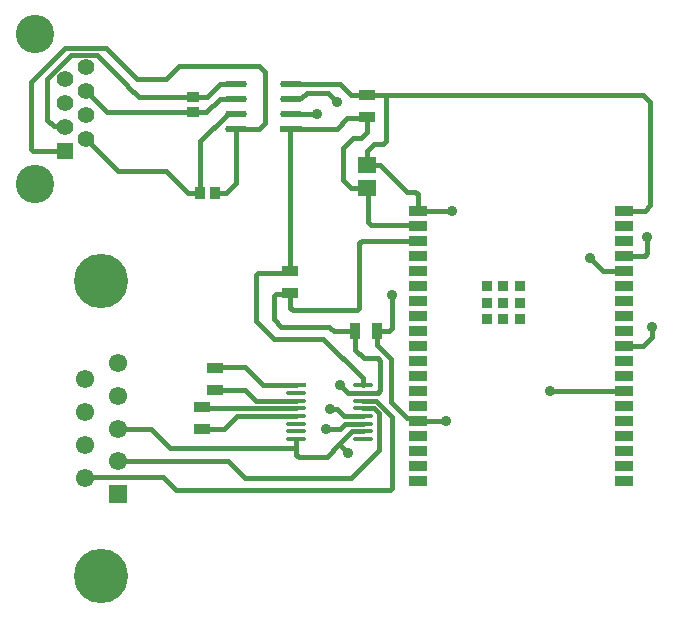
<source format=gtl>
G04*
G04 #@! TF.GenerationSoftware,Altium Limited,Altium Designer,24.10.1 (45)*
G04*
G04 Layer_Physical_Order=1*
G04 Layer_Color=255*
%FSLAX44Y44*%
%MOMM*%
G71*
G04*
G04 #@! TF.SameCoordinates,A659C5E8-25CF-42C6-9C85-9A39C97684D2*
G04*
G04*
G04 #@! TF.FilePolarity,Positive*
G04*
G01*
G75*
%ADD16R,1.5000X0.9000*%
%ADD17R,0.9000X0.9000*%
%ADD18R,1.5562X1.3549*%
%ADD19R,1.4000X0.9500*%
%ADD20R,0.9500X1.4000*%
%ADD21R,1.6554X0.3808*%
G04:AMPARAMS|DCode=22|XSize=1.6554mm|YSize=0.3808mm|CornerRadius=0.1904mm|HoleSize=0mm|Usage=FLASHONLY|Rotation=0.000|XOffset=0mm|YOffset=0mm|HoleType=Round|Shape=RoundedRectangle|*
%AMROUNDEDRECTD22*
21,1,1.6554,0.0000,0,0,0.0*
21,1,1.2747,0.3808,0,0,0.0*
1,1,0.3808,0.6373,0.0000*
1,1,0.3808,-0.6373,0.0000*
1,1,0.3808,-0.6373,0.0000*
1,1,0.3808,0.6373,0.0000*
%
%ADD22ROUNDEDRECTD22*%
%ADD23R,0.9000X1.0000*%
%ADD24R,1.8692X0.5421*%
G04:AMPARAMS|DCode=25|XSize=1.8692mm|YSize=0.5421mm|CornerRadius=0.2711mm|HoleSize=0mm|Usage=FLASHONLY|Rotation=180.000|XOffset=0mm|YOffset=0mm|HoleType=Round|Shape=RoundedRectangle|*
%AMROUNDEDRECTD25*
21,1,1.8692,0.0000,0,0,180.0*
21,1,1.3270,0.5421,0,0,180.0*
1,1,0.5421,-0.6635,0.0000*
1,1,0.5421,0.6635,0.0000*
1,1,0.5421,0.6635,0.0000*
1,1,0.5421,-0.6635,0.0000*
%
%ADD25ROUNDEDRECTD25*%
%ADD26R,1.0000X0.9000*%
%ADD31C,1.3900*%
%ADD32R,1.3900X1.3900*%
%ADD33C,3.2500*%
%ADD34R,1.5500X1.5500*%
%ADD35C,1.5500*%
%ADD36C,4.6000*%
%ADD37C,0.3810*%
%ADD38C,0.8890*%
D16*
X377050Y361180D02*
D03*
Y348480D02*
D03*
Y335780D02*
D03*
Y323080D02*
D03*
Y310380D02*
D03*
Y297680D02*
D03*
Y284980D02*
D03*
Y272280D02*
D03*
Y259580D02*
D03*
Y246880D02*
D03*
Y234180D02*
D03*
Y221480D02*
D03*
Y208780D02*
D03*
Y196080D02*
D03*
Y183380D02*
D03*
Y170680D02*
D03*
Y157980D02*
D03*
Y145280D02*
D03*
Y132580D02*
D03*
X552050D02*
D03*
Y145280D02*
D03*
Y157980D02*
D03*
Y170680D02*
D03*
Y183380D02*
D03*
Y196080D02*
D03*
Y208780D02*
D03*
Y221480D02*
D03*
Y234180D02*
D03*
Y246880D02*
D03*
Y259580D02*
D03*
Y272280D02*
D03*
Y284980D02*
D03*
Y297680D02*
D03*
Y310380D02*
D03*
Y323080D02*
D03*
Y335780D02*
D03*
Y348480D02*
D03*
Y361180D02*
D03*
D17*
X449550Y283180D02*
D03*
X435550Y269180D02*
D03*
X449550D02*
D03*
X463550D02*
D03*
Y283180D02*
D03*
Y297180D02*
D03*
X449550D02*
D03*
X435550D02*
D03*
Y283180D02*
D03*
D18*
X334010Y380537D02*
D03*
Y400050D02*
D03*
D19*
Y440690D02*
D03*
Y459190D02*
D03*
X269240Y309880D02*
D03*
Y291380D02*
D03*
X205740Y228050D02*
D03*
Y209550D02*
D03*
X194310Y195030D02*
D03*
Y176530D02*
D03*
D20*
X324400Y259080D02*
D03*
X342900D02*
D03*
D21*
X274006Y213250D02*
D03*
D22*
Y206750D02*
D03*
Y200250D02*
D03*
Y193750D02*
D03*
Y187250D02*
D03*
Y180750D02*
D03*
Y174250D02*
D03*
Y167750D02*
D03*
X330514D02*
D03*
Y174250D02*
D03*
Y180750D02*
D03*
Y187250D02*
D03*
Y193750D02*
D03*
Y200250D02*
D03*
Y206750D02*
D03*
Y213250D02*
D03*
D23*
X205740Y375920D02*
D03*
X192740D02*
D03*
D24*
X269516Y430530D02*
D03*
D25*
X269516Y443230D02*
D03*
X269516Y455930D02*
D03*
Y468630D02*
D03*
X223244D02*
D03*
Y455930D02*
D03*
X223244Y443230D02*
D03*
X223244Y430530D02*
D03*
D26*
X186690Y457500D02*
D03*
Y444500D02*
D03*
D31*
X96520Y482600D02*
D03*
X78740Y472440D02*
D03*
X96520Y462280D02*
D03*
X78740Y452120D02*
D03*
X96520Y441960D02*
D03*
X78740Y431800D02*
D03*
X96520Y421640D02*
D03*
D32*
X78740Y411480D02*
D03*
D33*
X53340Y383540D02*
D03*
Y510540D02*
D03*
D34*
X123650Y121250D02*
D03*
D35*
X95250Y135100D02*
D03*
X123650Y148950D02*
D03*
X95250Y162800D02*
D03*
X123650Y176650D02*
D03*
X95250Y190500D02*
D03*
X123650Y204350D02*
D03*
X95250Y218200D02*
D03*
X123650Y232050D02*
D03*
D36*
X109250Y301600D02*
D03*
Y51700D02*
D03*
D37*
X247650Y435610D02*
Y478790D01*
X175260Y483870D02*
X242570D01*
X247650Y478790D01*
X214630Y375920D02*
X223244Y384534D01*
Y430530D01*
X242570D01*
X205740Y375920D02*
X214630D01*
X342900Y259080D02*
X353060D01*
X355600Y261620D01*
X377050Y361180D02*
X407170D01*
X342900Y247650D02*
Y259080D01*
X354830Y198890D02*
Y235720D01*
X342900Y247650D02*
X354830Y235720D01*
X574040Y365760D02*
Y453390D01*
X552050Y361180D02*
X569460D01*
X574040Y365760D01*
X348288Y459190D02*
X568240D01*
X574040Y453390D01*
X340360Y417830D02*
X347980D01*
X334010Y411480D02*
X340360Y417830D01*
X269516Y430530D02*
X308610D01*
X317485Y439405D02*
X332725D01*
X308610Y430530D02*
X317485Y439405D01*
X332725D02*
X334010Y440690D01*
X63500Y438150D02*
Y472440D01*
X69149Y432500D02*
X78039D01*
X78740Y431800D01*
X63500Y438150D02*
X69149Y432500D01*
X132080Y466090D02*
X140970Y457200D01*
X310953Y163325D02*
X321878Y174250D01*
X300028Y152400D02*
X310953Y163325D01*
X318068Y156210D01*
X311150Y213360D02*
X317760Y206750D01*
X330514D01*
X320348Y134620D02*
X344170Y158442D01*
X231140Y134620D02*
X320348D01*
X344170Y158442D02*
Y189560D01*
X377050Y183380D02*
X400550D01*
X374455Y185975D02*
X377050Y183380D01*
X354830Y198890D02*
X367745Y185975D01*
X374455D01*
X489450Y208780D02*
X552050D01*
X488950Y208280D02*
X489450Y208780D01*
X534170Y310380D02*
X552050D01*
X523240Y321310D02*
X534170Y310380D01*
X575310Y254000D02*
Y262890D01*
X568190Y246880D02*
X575310Y254000D01*
X552050Y246880D02*
X568190D01*
X551180Y247650D02*
X551950Y246880D01*
X552050D01*
X303530Y193040D02*
X308610D01*
X314400Y187250D02*
X330514D01*
X308610Y193040D02*
X314400Y187250D01*
X299720Y176530D02*
X311150D01*
X315370Y180750D02*
X330514D01*
X311150Y176530D02*
X315370Y180750D01*
X269516Y443230D02*
X292100D01*
X292100Y443230D01*
X300990Y461010D02*
X308610Y453390D01*
X283210Y461010D02*
X300990D01*
X269516Y455930D02*
X269824Y456238D01*
X278438D01*
X283210Y461010D01*
X334010Y380537D02*
X335280D01*
X320503D02*
X334010D01*
X335280Y351482D02*
Y380537D01*
X313690Y387350D02*
Y414020D01*
X322580Y422910D01*
X328930D01*
X334010Y427990D01*
X313690Y387350D02*
X320503Y380537D01*
X335280Y351482D02*
X337512Y349250D01*
X376280D01*
X334010Y427990D02*
Y440690D01*
Y459190D02*
X348288D01*
X269516Y468630D02*
X311150D01*
X320590Y459190D02*
X334010D01*
X311150Y468630D02*
X320590Y459190D01*
X334010Y400050D02*
Y411480D01*
Y400050D02*
X345440D01*
X355600Y261620D02*
Y289560D01*
X571500Y325312D02*
Y339090D01*
X552050Y323080D02*
X569268D01*
X571500Y325312D01*
X330514Y213250D02*
Y219396D01*
X255270Y252730D02*
X297180D01*
X330514Y219396D01*
X321878Y174250D02*
X330514D01*
X276552Y152400D02*
X300028D01*
X167640Y160020D02*
X272088D01*
X274320Y154632D02*
Y162252D01*
Y154632D02*
X276552Y152400D01*
X339980Y193750D02*
X344170Y189560D01*
X330514Y193750D02*
X339980D01*
X330514Y200250D02*
X342040D01*
X355600Y186690D01*
X96040Y135890D02*
X161290D01*
X95250Y135100D02*
X96040Y135890D01*
X161290D02*
X172720Y124460D01*
X353368D01*
X355600Y126692D01*
Y186690D01*
X216810Y148950D02*
X231140Y134620D01*
X123650Y148950D02*
X216810D01*
X268690Y290830D02*
X269240Y291380D01*
X257502Y290830D02*
X268690D01*
X255270Y269240D02*
Y288598D01*
X257502Y290830D01*
X255270Y269240D02*
X261620Y262890D01*
X302260D01*
X306070Y259080D01*
X324400D01*
X269240Y279092D02*
X271472Y276860D01*
X325428D01*
X269240Y279092D02*
Y291380D01*
X327660Y279092D02*
Y333548D01*
X325428Y276860D02*
X327660Y279092D01*
X324400Y243290D02*
Y259080D01*
X331470Y236220D02*
X343208D01*
X345440Y208982D02*
Y233988D01*
X343208Y236220D02*
X345440Y233988D01*
X324400Y243290D02*
X331470Y236220D01*
X330514Y206750D02*
X343208D01*
X345440Y208982D01*
X267970Y308610D02*
X269240Y309880D01*
X242262Y308610D02*
X267970D01*
X240030Y267970D02*
Y306378D01*
X242262Y308610D01*
X240030Y267970D02*
X255270Y252730D01*
X269240Y430254D02*
X269516Y430530D01*
X269240Y309880D02*
Y430254D01*
X376280Y349250D02*
X377050Y348480D01*
X272088Y160020D02*
X274320Y162252D01*
Y167749D01*
X151010Y176650D02*
X167640Y160020D01*
X123650Y176650D02*
X151010D01*
X327660Y333548D02*
X329892Y335780D01*
X377050D01*
X368300Y377190D02*
X374818D01*
X377050Y361180D02*
Y374958D01*
X374818Y377190D02*
X377050Y374958D01*
X345440Y400050D02*
X368300Y377190D01*
X347980Y417830D02*
X350520Y420370D01*
Y456958D01*
X348288Y459190D02*
X350520Y456958D01*
X194310Y176530D02*
X213360D01*
X224080Y187250D01*
X274006D01*
X194310Y195030D02*
X195590Y193750D01*
X274006D01*
X205740Y209550D02*
X231140D01*
X240440Y200250D02*
X274006D01*
X231140Y209550D02*
X240440Y200250D01*
X205740Y228050D02*
X206290Y228600D01*
X231140D01*
X246490Y213250D01*
X274006D01*
X114300Y444500D02*
X120650D01*
X96520Y462280D02*
X114300Y444500D01*
X63500Y472440D02*
X83820Y492760D01*
X105410D01*
X130810Y467360D01*
X49530Y413712D02*
X51762Y411480D01*
X78740D01*
X49530Y469900D02*
X78740Y499110D01*
X49530Y413712D02*
Y469900D01*
X78740Y499110D02*
X113030D01*
X139700Y472440D01*
X182880Y375920D02*
X192740D01*
X123190Y394970D02*
X163830D01*
X182880Y375920D01*
X96520Y421640D02*
X123190Y394970D01*
X140970Y457200D02*
X186390D01*
X186690Y457500D01*
X120650Y444500D02*
X186690D01*
X209550Y455930D02*
X223244D01*
X198120Y444500D02*
X209550Y455930D01*
X186690Y444500D02*
X198120D01*
X198420Y457500D02*
X209550Y468630D01*
X223244D01*
X186690Y457500D02*
X198420D01*
X216176Y443230D02*
X223244D01*
X193040Y420094D02*
X216176Y443230D01*
X242570Y430530D02*
X247650Y435610D01*
X163830Y472440D02*
X175260Y483870D01*
X139700Y472440D02*
X163830D01*
X193040Y376220D02*
Y420094D01*
D38*
X318068Y156210D02*
D03*
X311150Y213360D02*
D03*
X400777Y182880D02*
D03*
X488950Y208280D02*
D03*
X523240Y321310D02*
D03*
X575310Y262890D02*
D03*
X406400Y360680D02*
D03*
X299720Y176530D02*
D03*
X302901Y193085D02*
D03*
X571500Y339090D02*
D03*
X449550Y283180D02*
D03*
X355600Y289560D02*
D03*
X292100Y443230D02*
D03*
X308610Y453390D02*
D03*
M02*

</source>
